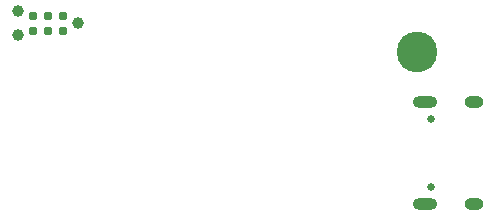
<source format=gts>
G04 #@! TF.GenerationSoftware,KiCad,Pcbnew,5.1.5-52549c5~84~ubuntu19.10.1*
G04 #@! TF.CreationDate,2020-03-02T13:28:29+01:00*
G04 #@! TF.ProjectId,scale,7363616c-652e-46b6-9963-61645f706362,rev?*
G04 #@! TF.SameCoordinates,Original*
G04 #@! TF.FileFunction,Soldermask,Top*
G04 #@! TF.FilePolarity,Negative*
%FSLAX46Y46*%
G04 Gerber Fmt 4.6, Leading zero omitted, Abs format (unit mm)*
G04 Created by KiCad (PCBNEW 5.1.5-52549c5~84~ubuntu19.10.1) date 2020-03-02 13:28:29*
%MOMM*%
%LPD*%
G04 APERTURE LIST*
%ADD10C,3.450000*%
%ADD11O,2.100000X1.000000*%
%ADD12O,1.600000X1.000000*%
%ADD13C,0.650000*%
%ADD14C,0.985520*%
%ADD15C,0.988060*%
%ADD16C,0.784860*%
G04 APERTURE END LIST*
D10*
X220800000Y-108400000D03*
D11*
X221465000Y-112630000D03*
X221465000Y-121270000D03*
D12*
X225645000Y-112630000D03*
X225645000Y-121270000D03*
D13*
X221995000Y-119840000D03*
X221995000Y-114060000D03*
D14*
X187010000Y-104934000D03*
X187010000Y-106966000D03*
D15*
X192090000Y-105950000D03*
D16*
X188280000Y-106585000D03*
X188280000Y-105315000D03*
X189550000Y-106585000D03*
X189550000Y-105315000D03*
X190820000Y-106585000D03*
X190820000Y-105315000D03*
M02*

</source>
